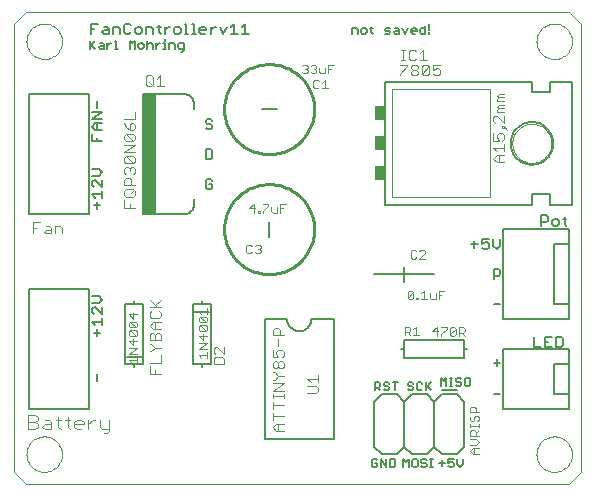
<source format=gto>
G75*
G70*
%OFA0B0*%
%FSLAX24Y24*%
%IPPOS*%
%LPD*%
%AMOC8*
5,1,8,0,0,1.08239X$1,22.5*
%
%ADD10C,0.0000*%
%ADD11C,0.0060*%
%ADD12C,0.0050*%
%ADD13C,0.0100*%
%ADD14C,0.0020*%
%ADD15C,0.0040*%
%ADD16R,0.0350X0.0500*%
%ADD17C,0.0080*%
%ADD18R,0.0400X0.4000*%
%ADD19C,0.0030*%
D10*
X000150Y000544D02*
X000544Y000150D01*
X018654Y000150D01*
X019048Y000544D01*
X019048Y015504D01*
X018654Y015898D01*
X000544Y015898D01*
X000150Y015504D01*
X000150Y000544D01*
X000559Y001150D02*
X000561Y001198D01*
X000567Y001246D01*
X000577Y001293D01*
X000590Y001339D01*
X000608Y001384D01*
X000628Y001428D01*
X000653Y001470D01*
X000681Y001509D01*
X000711Y001546D01*
X000745Y001580D01*
X000782Y001612D01*
X000820Y001641D01*
X000861Y001666D01*
X000904Y001688D01*
X000949Y001706D01*
X000995Y001720D01*
X001042Y001731D01*
X001090Y001738D01*
X001138Y001741D01*
X001186Y001740D01*
X001234Y001735D01*
X001282Y001726D01*
X001328Y001714D01*
X001373Y001697D01*
X001417Y001677D01*
X001459Y001654D01*
X001499Y001627D01*
X001537Y001597D01*
X001572Y001564D01*
X001604Y001528D01*
X001634Y001490D01*
X001660Y001449D01*
X001682Y001406D01*
X001702Y001362D01*
X001717Y001317D01*
X001729Y001270D01*
X001737Y001222D01*
X001741Y001174D01*
X001741Y001126D01*
X001737Y001078D01*
X001729Y001030D01*
X001717Y000983D01*
X001702Y000938D01*
X001682Y000894D01*
X001660Y000851D01*
X001634Y000810D01*
X001604Y000772D01*
X001572Y000736D01*
X001537Y000703D01*
X001499Y000673D01*
X001459Y000646D01*
X001417Y000623D01*
X001373Y000603D01*
X001328Y000586D01*
X001282Y000574D01*
X001234Y000565D01*
X001186Y000560D01*
X001138Y000559D01*
X001090Y000562D01*
X001042Y000569D01*
X000995Y000580D01*
X000949Y000594D01*
X000904Y000612D01*
X000861Y000634D01*
X000820Y000659D01*
X000782Y000688D01*
X000745Y000720D01*
X000711Y000754D01*
X000681Y000791D01*
X000653Y000830D01*
X000628Y000872D01*
X000608Y000916D01*
X000590Y000961D01*
X000577Y001007D01*
X000567Y001054D01*
X000561Y001102D01*
X000559Y001150D01*
X000559Y014912D02*
X000561Y014960D01*
X000567Y015008D01*
X000577Y015055D01*
X000590Y015101D01*
X000608Y015146D01*
X000628Y015190D01*
X000653Y015232D01*
X000681Y015271D01*
X000711Y015308D01*
X000745Y015342D01*
X000782Y015374D01*
X000820Y015403D01*
X000861Y015428D01*
X000904Y015450D01*
X000949Y015468D01*
X000995Y015482D01*
X001042Y015493D01*
X001090Y015500D01*
X001138Y015503D01*
X001186Y015502D01*
X001234Y015497D01*
X001282Y015488D01*
X001328Y015476D01*
X001373Y015459D01*
X001417Y015439D01*
X001459Y015416D01*
X001499Y015389D01*
X001537Y015359D01*
X001572Y015326D01*
X001604Y015290D01*
X001634Y015252D01*
X001660Y015211D01*
X001682Y015168D01*
X001702Y015124D01*
X001717Y015079D01*
X001729Y015032D01*
X001737Y014984D01*
X001741Y014936D01*
X001741Y014888D01*
X001737Y014840D01*
X001729Y014792D01*
X001717Y014745D01*
X001702Y014700D01*
X001682Y014656D01*
X001660Y014613D01*
X001634Y014572D01*
X001604Y014534D01*
X001572Y014498D01*
X001537Y014465D01*
X001499Y014435D01*
X001459Y014408D01*
X001417Y014385D01*
X001373Y014365D01*
X001328Y014348D01*
X001282Y014336D01*
X001234Y014327D01*
X001186Y014322D01*
X001138Y014321D01*
X001090Y014324D01*
X001042Y014331D01*
X000995Y014342D01*
X000949Y014356D01*
X000904Y014374D01*
X000861Y014396D01*
X000820Y014421D01*
X000782Y014450D01*
X000745Y014482D01*
X000711Y014516D01*
X000681Y014553D01*
X000653Y014592D01*
X000628Y014634D01*
X000608Y014678D01*
X000590Y014723D01*
X000577Y014769D01*
X000567Y014816D01*
X000561Y014864D01*
X000559Y014912D01*
X016756Y011512D02*
X016758Y011562D01*
X016764Y011612D01*
X016774Y011662D01*
X016787Y011710D01*
X016804Y011758D01*
X016825Y011804D01*
X016849Y011848D01*
X016877Y011890D01*
X016908Y011930D01*
X016942Y011967D01*
X016979Y012002D01*
X017018Y012033D01*
X017059Y012062D01*
X017103Y012087D01*
X017149Y012109D01*
X017196Y012127D01*
X017244Y012141D01*
X017293Y012152D01*
X017343Y012159D01*
X017393Y012162D01*
X017444Y012161D01*
X017494Y012156D01*
X017544Y012147D01*
X017592Y012135D01*
X017640Y012118D01*
X017686Y012098D01*
X017731Y012075D01*
X017774Y012048D01*
X017814Y012018D01*
X017852Y011985D01*
X017887Y011949D01*
X017920Y011910D01*
X017949Y011869D01*
X017975Y011826D01*
X017998Y011781D01*
X018017Y011734D01*
X018032Y011686D01*
X018044Y011637D01*
X018052Y011587D01*
X018056Y011537D01*
X018056Y011487D01*
X018052Y011437D01*
X018044Y011387D01*
X018032Y011338D01*
X018017Y011290D01*
X017998Y011243D01*
X017975Y011198D01*
X017949Y011155D01*
X017920Y011114D01*
X017887Y011075D01*
X017852Y011039D01*
X017814Y011006D01*
X017774Y010976D01*
X017731Y010949D01*
X017686Y010926D01*
X017640Y010906D01*
X017592Y010889D01*
X017544Y010877D01*
X017494Y010868D01*
X017444Y010863D01*
X017393Y010862D01*
X017343Y010865D01*
X017293Y010872D01*
X017244Y010883D01*
X017196Y010897D01*
X017149Y010915D01*
X017103Y010937D01*
X017059Y010962D01*
X017018Y010991D01*
X016979Y011022D01*
X016942Y011057D01*
X016908Y011094D01*
X016877Y011134D01*
X016849Y011176D01*
X016825Y011220D01*
X016804Y011266D01*
X016787Y011314D01*
X016774Y011362D01*
X016764Y011412D01*
X016758Y011462D01*
X016756Y011512D01*
X017559Y014912D02*
X017561Y014960D01*
X017567Y015008D01*
X017577Y015055D01*
X017590Y015101D01*
X017608Y015146D01*
X017628Y015190D01*
X017653Y015232D01*
X017681Y015271D01*
X017711Y015308D01*
X017745Y015342D01*
X017782Y015374D01*
X017820Y015403D01*
X017861Y015428D01*
X017904Y015450D01*
X017949Y015468D01*
X017995Y015482D01*
X018042Y015493D01*
X018090Y015500D01*
X018138Y015503D01*
X018186Y015502D01*
X018234Y015497D01*
X018282Y015488D01*
X018328Y015476D01*
X018373Y015459D01*
X018417Y015439D01*
X018459Y015416D01*
X018499Y015389D01*
X018537Y015359D01*
X018572Y015326D01*
X018604Y015290D01*
X018634Y015252D01*
X018660Y015211D01*
X018682Y015168D01*
X018702Y015124D01*
X018717Y015079D01*
X018729Y015032D01*
X018737Y014984D01*
X018741Y014936D01*
X018741Y014888D01*
X018737Y014840D01*
X018729Y014792D01*
X018717Y014745D01*
X018702Y014700D01*
X018682Y014656D01*
X018660Y014613D01*
X018634Y014572D01*
X018604Y014534D01*
X018572Y014498D01*
X018537Y014465D01*
X018499Y014435D01*
X018459Y014408D01*
X018417Y014385D01*
X018373Y014365D01*
X018328Y014348D01*
X018282Y014336D01*
X018234Y014327D01*
X018186Y014322D01*
X018138Y014321D01*
X018090Y014324D01*
X018042Y014331D01*
X017995Y014342D01*
X017949Y014356D01*
X017904Y014374D01*
X017861Y014396D01*
X017820Y014421D01*
X017782Y014450D01*
X017745Y014482D01*
X017711Y014516D01*
X017681Y014553D01*
X017653Y014592D01*
X017628Y014634D01*
X017608Y014678D01*
X017590Y014723D01*
X017577Y014769D01*
X017567Y014816D01*
X017561Y014864D01*
X017559Y014912D01*
X017559Y001150D02*
X017561Y001198D01*
X017567Y001246D01*
X017577Y001293D01*
X017590Y001339D01*
X017608Y001384D01*
X017628Y001428D01*
X017653Y001470D01*
X017681Y001509D01*
X017711Y001546D01*
X017745Y001580D01*
X017782Y001612D01*
X017820Y001641D01*
X017861Y001666D01*
X017904Y001688D01*
X017949Y001706D01*
X017995Y001720D01*
X018042Y001731D01*
X018090Y001738D01*
X018138Y001741D01*
X018186Y001740D01*
X018234Y001735D01*
X018282Y001726D01*
X018328Y001714D01*
X018373Y001697D01*
X018417Y001677D01*
X018459Y001654D01*
X018499Y001627D01*
X018537Y001597D01*
X018572Y001564D01*
X018604Y001528D01*
X018634Y001490D01*
X018660Y001449D01*
X018682Y001406D01*
X018702Y001362D01*
X018717Y001317D01*
X018729Y001270D01*
X018737Y001222D01*
X018741Y001174D01*
X018741Y001126D01*
X018737Y001078D01*
X018729Y001030D01*
X018717Y000983D01*
X018702Y000938D01*
X018682Y000894D01*
X018660Y000851D01*
X018634Y000810D01*
X018604Y000772D01*
X018572Y000736D01*
X018537Y000703D01*
X018499Y000673D01*
X018459Y000646D01*
X018417Y000623D01*
X018373Y000603D01*
X018328Y000586D01*
X018282Y000574D01*
X018234Y000565D01*
X018186Y000560D01*
X018138Y000559D01*
X018090Y000562D01*
X018042Y000569D01*
X017995Y000580D01*
X017949Y000594D01*
X017904Y000612D01*
X017861Y000634D01*
X017820Y000659D01*
X017782Y000688D01*
X017745Y000720D01*
X017711Y000754D01*
X017681Y000791D01*
X017653Y000830D01*
X017628Y000872D01*
X017608Y000916D01*
X017590Y000961D01*
X017577Y001007D01*
X017567Y001054D01*
X017561Y001102D01*
X017559Y001150D01*
D11*
X016357Y003150D02*
X016130Y003150D01*
X016243Y004087D02*
X016243Y004314D01*
X016130Y004200D02*
X016357Y004200D01*
X017475Y004730D02*
X017702Y004730D01*
X017843Y004730D02*
X018070Y004730D01*
X018212Y004730D02*
X018382Y004730D01*
X018439Y004787D01*
X018439Y005014D01*
X018382Y005070D01*
X018212Y005070D01*
X018212Y004730D01*
X017957Y004900D02*
X017843Y004900D01*
X017843Y005070D02*
X017843Y004730D01*
X017475Y004730D02*
X017475Y005070D01*
X017843Y005070D02*
X018070Y005070D01*
X016357Y006150D02*
X016130Y006150D01*
X016130Y006980D02*
X016130Y007320D01*
X016300Y007320D01*
X016357Y007264D01*
X016357Y007150D01*
X016300Y007093D01*
X016130Y007093D01*
X016230Y007980D02*
X016343Y008093D01*
X016343Y008320D01*
X016117Y008320D02*
X016117Y008093D01*
X016230Y007980D01*
X015975Y008037D02*
X015918Y007980D01*
X015805Y007980D01*
X015748Y008037D01*
X015748Y008150D02*
X015862Y008207D01*
X015918Y008207D01*
X015975Y008150D01*
X015975Y008037D01*
X015748Y008150D02*
X015748Y008320D01*
X015975Y008320D01*
X015607Y008150D02*
X015380Y008150D01*
X015493Y008037D02*
X015493Y008264D01*
X017406Y009462D02*
X017406Y009812D01*
X018006Y009812D01*
X018006Y009462D01*
X018756Y009462D01*
X018756Y013562D01*
X018006Y013562D01*
X018006Y013212D01*
X017406Y013212D01*
X017406Y013562D01*
X012506Y013562D01*
X012506Y009462D01*
X017406Y009462D01*
X017705Y009108D02*
X017875Y009108D01*
X017931Y009052D01*
X017931Y008938D01*
X017875Y008882D01*
X017705Y008882D01*
X017705Y008768D02*
X017705Y009108D01*
X018073Y008938D02*
X018073Y008825D01*
X018130Y008768D01*
X018243Y008768D01*
X018300Y008825D01*
X018300Y008938D01*
X018243Y008995D01*
X018130Y008995D01*
X018073Y008938D01*
X018441Y008995D02*
X018555Y008995D01*
X018498Y009052D02*
X018498Y008825D01*
X018555Y008768D01*
X016696Y011512D02*
X016698Y011565D01*
X016704Y011618D01*
X016714Y011670D01*
X016728Y011721D01*
X016745Y011771D01*
X016766Y011820D01*
X016791Y011867D01*
X016819Y011912D01*
X016851Y011955D01*
X016886Y011995D01*
X016923Y012032D01*
X016963Y012067D01*
X017006Y012099D01*
X017051Y012127D01*
X017098Y012152D01*
X017147Y012173D01*
X017197Y012190D01*
X017248Y012204D01*
X017300Y012214D01*
X017353Y012220D01*
X017406Y012222D01*
X017459Y012220D01*
X017512Y012214D01*
X017564Y012204D01*
X017615Y012190D01*
X017665Y012173D01*
X017714Y012152D01*
X017761Y012127D01*
X017806Y012099D01*
X017849Y012067D01*
X017889Y012032D01*
X017926Y011995D01*
X017961Y011955D01*
X017993Y011912D01*
X018021Y011867D01*
X018046Y011820D01*
X018067Y011771D01*
X018084Y011721D01*
X018098Y011670D01*
X018108Y011618D01*
X018114Y011565D01*
X018116Y011512D01*
X018114Y011459D01*
X018108Y011406D01*
X018098Y011354D01*
X018084Y011303D01*
X018067Y011253D01*
X018046Y011204D01*
X018021Y011157D01*
X017993Y011112D01*
X017961Y011069D01*
X017926Y011029D01*
X017889Y010992D01*
X017849Y010957D01*
X017806Y010925D01*
X017761Y010897D01*
X017714Y010872D01*
X017665Y010851D01*
X017615Y010834D01*
X017564Y010820D01*
X017512Y010810D01*
X017459Y010804D01*
X017406Y010802D01*
X017353Y010804D01*
X017300Y010810D01*
X017248Y010820D01*
X017197Y010834D01*
X017147Y010851D01*
X017098Y010872D01*
X017051Y010897D01*
X017006Y010925D01*
X016963Y010957D01*
X016923Y010992D01*
X016886Y011029D01*
X016851Y011069D01*
X016819Y011112D01*
X016791Y011157D01*
X016766Y011204D01*
X016745Y011253D01*
X016728Y011303D01*
X016714Y011354D01*
X016704Y011406D01*
X016698Y011459D01*
X016696Y011512D01*
X010800Y005650D02*
X010050Y005650D01*
X010048Y005611D01*
X010042Y005572D01*
X010033Y005534D01*
X010020Y005497D01*
X010003Y005461D01*
X009983Y005428D01*
X009959Y005396D01*
X009933Y005367D01*
X009904Y005341D01*
X009872Y005317D01*
X009839Y005297D01*
X009803Y005280D01*
X009766Y005267D01*
X009728Y005258D01*
X009689Y005252D01*
X009650Y005250D01*
X009611Y005252D01*
X009572Y005258D01*
X009534Y005267D01*
X009497Y005280D01*
X009461Y005297D01*
X009428Y005317D01*
X009396Y005341D01*
X009367Y005367D01*
X009341Y005396D01*
X009317Y005428D01*
X009297Y005461D01*
X009280Y005497D01*
X009267Y005534D01*
X009258Y005572D01*
X009252Y005611D01*
X009250Y005650D01*
X008500Y005650D01*
X008500Y001650D01*
X010800Y001650D01*
X010800Y005650D01*
X006700Y009980D02*
X006757Y010037D01*
X006757Y010150D01*
X006643Y010150D01*
X006530Y010037D02*
X006530Y010264D01*
X006587Y010320D01*
X006700Y010320D01*
X006757Y010264D01*
X006700Y009980D02*
X006587Y009980D01*
X006530Y010037D01*
X006530Y010980D02*
X006700Y010980D01*
X006757Y011037D01*
X006757Y011264D01*
X006700Y011320D01*
X006530Y011320D01*
X006530Y010980D01*
X006587Y011980D02*
X006530Y012037D01*
X006587Y011980D02*
X006700Y011980D01*
X006757Y012037D01*
X006757Y012093D01*
X006700Y012150D01*
X006587Y012150D01*
X006530Y012207D01*
X006530Y012264D01*
X006587Y012320D01*
X006700Y012320D01*
X006757Y012264D01*
X006695Y015161D02*
X006695Y015388D01*
X006695Y015275D02*
X006809Y015388D01*
X006865Y015388D01*
X007002Y015388D02*
X007116Y015161D01*
X007229Y015388D01*
X007371Y015388D02*
X007484Y015501D01*
X007484Y015161D01*
X007371Y015161D02*
X007597Y015161D01*
X007739Y015161D02*
X007966Y015161D01*
X007852Y015161D02*
X007852Y015501D01*
X007739Y015388D01*
X006554Y015331D02*
X006554Y015275D01*
X006327Y015275D01*
X006327Y015331D02*
X006384Y015388D01*
X006497Y015388D01*
X006554Y015331D01*
X006497Y015161D02*
X006384Y015161D01*
X006327Y015218D01*
X006327Y015331D01*
X006195Y015161D02*
X006081Y015161D01*
X006138Y015161D02*
X006138Y015501D01*
X006081Y015501D01*
X005893Y015501D02*
X005893Y015161D01*
X005949Y015161D02*
X005836Y015161D01*
X005694Y015218D02*
X005694Y015331D01*
X005638Y015388D01*
X005524Y015388D01*
X005468Y015331D01*
X005468Y015218D01*
X005524Y015161D01*
X005638Y015161D01*
X005694Y015218D01*
X005836Y015501D02*
X005893Y015501D01*
X005331Y015388D02*
X005274Y015388D01*
X005161Y015275D01*
X005161Y015388D02*
X005161Y015161D01*
X005029Y015161D02*
X004972Y015218D01*
X004972Y015445D01*
X004915Y015388D02*
X005029Y015388D01*
X004774Y015331D02*
X004774Y015161D01*
X004774Y015331D02*
X004717Y015388D01*
X004547Y015388D01*
X004547Y015161D01*
X004405Y015218D02*
X004405Y015331D01*
X004349Y015388D01*
X004235Y015388D01*
X004178Y015331D01*
X004178Y015218D01*
X004235Y015161D01*
X004349Y015161D01*
X004405Y015218D01*
X004037Y015218D02*
X003980Y015161D01*
X003867Y015161D01*
X003810Y015218D01*
X003810Y015445D01*
X003867Y015501D01*
X003980Y015501D01*
X004037Y015445D01*
X003669Y015331D02*
X003669Y015161D01*
X003669Y015331D02*
X003612Y015388D01*
X003442Y015388D01*
X003442Y015161D01*
X003300Y015161D02*
X003130Y015161D01*
X003074Y015218D01*
X003130Y015275D01*
X003300Y015275D01*
X003300Y015331D02*
X003300Y015161D01*
X003300Y015331D02*
X003244Y015388D01*
X003130Y015388D01*
X002932Y015501D02*
X002705Y015501D01*
X002705Y015161D01*
X002705Y015331D02*
X002819Y015331D01*
X002912Y012912D02*
X002912Y012685D01*
X002742Y012543D02*
X003083Y012543D01*
X002742Y012317D01*
X003083Y012317D01*
X003083Y012175D02*
X002856Y012175D01*
X002742Y012062D01*
X002856Y011948D01*
X003083Y011948D01*
X002912Y011948D02*
X002912Y012175D01*
X002742Y011807D02*
X002742Y011580D01*
X003083Y011580D01*
X002912Y011580D02*
X002912Y011693D01*
X002969Y010662D02*
X002742Y010662D01*
X002742Y010435D02*
X002969Y010435D01*
X003083Y010548D01*
X002969Y010662D01*
X002856Y010293D02*
X002799Y010293D01*
X002742Y010237D01*
X002742Y010123D01*
X002799Y010067D01*
X002742Y009812D02*
X003083Y009812D01*
X003083Y009925D02*
X003083Y009698D01*
X002912Y009557D02*
X002912Y009330D01*
X002799Y009443D02*
X003026Y009443D01*
X002856Y009698D02*
X002742Y009812D01*
X003083Y010067D02*
X002856Y010293D01*
X003083Y010293D02*
X003083Y010067D01*
X002969Y006412D02*
X002742Y006412D01*
X002742Y006185D02*
X002969Y006185D01*
X003083Y006298D01*
X002969Y006412D01*
X002856Y006043D02*
X002799Y006043D01*
X002742Y005987D01*
X002742Y005873D01*
X002799Y005817D01*
X002856Y006043D02*
X003083Y005817D01*
X003083Y006043D01*
X003083Y005675D02*
X003083Y005448D01*
X003083Y005562D02*
X002742Y005562D01*
X002856Y005448D01*
X002912Y005307D02*
X002912Y005080D01*
X002799Y005193D02*
X003026Y005193D01*
X002912Y003807D02*
X002912Y003580D01*
D12*
X002650Y002650D02*
X002650Y006650D01*
X000650Y006650D01*
X000650Y002650D01*
X002650Y002650D01*
X002650Y009150D02*
X000650Y009150D01*
X000650Y013150D01*
X002650Y013150D01*
X002650Y009150D01*
X005705Y014572D02*
X005750Y014572D01*
X005795Y014617D01*
X005795Y014843D01*
X005660Y014843D01*
X005615Y014798D01*
X005615Y014707D01*
X005660Y014662D01*
X005795Y014662D01*
X005501Y014662D02*
X005501Y014798D01*
X005456Y014843D01*
X005321Y014843D01*
X005321Y014662D01*
X005214Y014662D02*
X005124Y014662D01*
X005169Y014662D02*
X005169Y014843D01*
X005124Y014843D01*
X005169Y014933D02*
X005169Y014978D01*
X005014Y014843D02*
X004969Y014843D01*
X004879Y014752D01*
X004879Y014662D02*
X004879Y014843D01*
X004764Y014798D02*
X004764Y014662D01*
X004764Y014798D02*
X004719Y014843D01*
X004629Y014843D01*
X004584Y014798D01*
X004469Y014798D02*
X004424Y014843D01*
X004334Y014843D01*
X004289Y014798D01*
X004289Y014707D01*
X004334Y014662D01*
X004424Y014662D01*
X004469Y014707D01*
X004469Y014798D01*
X004584Y014933D02*
X004584Y014662D01*
X004175Y014662D02*
X004175Y014933D01*
X004085Y014843D01*
X003995Y014933D01*
X003995Y014662D01*
X003594Y014662D02*
X003504Y014662D01*
X003549Y014662D02*
X003549Y014933D01*
X003504Y014933D01*
X003393Y014843D02*
X003348Y014843D01*
X003258Y014752D01*
X003258Y014662D02*
X003258Y014843D01*
X003144Y014798D02*
X003144Y014662D01*
X003008Y014662D01*
X002963Y014707D01*
X003008Y014752D01*
X003144Y014752D01*
X003144Y014798D02*
X003098Y014843D01*
X003008Y014843D01*
X002849Y014933D02*
X002669Y014752D01*
X002714Y014798D02*
X002849Y014662D01*
X002669Y014662D02*
X002669Y014933D01*
X011419Y015169D02*
X011419Y015349D01*
X011554Y015349D01*
X011599Y015304D01*
X011599Y015169D01*
X011713Y015214D02*
X011713Y015304D01*
X011758Y015349D01*
X011848Y015349D01*
X011894Y015304D01*
X011894Y015214D01*
X011848Y015169D01*
X011758Y015169D01*
X011713Y015214D01*
X012008Y015349D02*
X012098Y015349D01*
X012053Y015394D02*
X012053Y015214D01*
X012098Y015169D01*
X012499Y015169D02*
X012634Y015169D01*
X012679Y015214D01*
X012634Y015259D01*
X012544Y015259D01*
X012499Y015304D01*
X012544Y015349D01*
X012679Y015349D01*
X012839Y015349D02*
X012929Y015349D01*
X012974Y015304D01*
X012974Y015169D01*
X012839Y015169D01*
X012794Y015214D01*
X012839Y015259D01*
X012974Y015259D01*
X013088Y015349D02*
X013178Y015169D01*
X013269Y015349D01*
X013383Y015304D02*
X013428Y015349D01*
X013518Y015349D01*
X013563Y015304D01*
X013563Y015259D01*
X013383Y015259D01*
X013383Y015214D02*
X013383Y015304D01*
X013383Y015214D02*
X013428Y015169D01*
X013518Y015169D01*
X013678Y015214D02*
X013678Y015304D01*
X013723Y015349D01*
X013858Y015349D01*
X013858Y015439D02*
X013858Y015169D01*
X013723Y015169D01*
X013678Y015214D01*
X013972Y015214D02*
X013972Y015169D01*
X013972Y015304D02*
X013972Y015484D01*
X016450Y008650D02*
X016450Y005650D01*
X018650Y005650D01*
X018650Y006150D01*
X018150Y006150D01*
X018150Y008150D01*
X018650Y008150D01*
X018650Y006150D01*
X018650Y004650D02*
X018650Y004150D01*
X018150Y004150D01*
X018150Y003150D01*
X018650Y003150D01*
X018650Y002650D01*
X016450Y002650D01*
X016450Y004650D01*
X018650Y004650D01*
X018650Y004150D02*
X018650Y003150D01*
X015341Y003470D02*
X015341Y003650D01*
X015296Y003695D01*
X015206Y003695D01*
X015161Y003650D01*
X015161Y003470D01*
X015206Y003425D01*
X015296Y003425D01*
X015341Y003470D01*
X015046Y003470D02*
X015001Y003425D01*
X014911Y003425D01*
X014866Y003470D01*
X014911Y003560D02*
X015001Y003560D01*
X015046Y003515D01*
X015046Y003470D01*
X014911Y003560D02*
X014866Y003605D01*
X014866Y003650D01*
X014911Y003695D01*
X015001Y003695D01*
X015046Y003650D01*
X014760Y003695D02*
X014670Y003695D01*
X014715Y003695D02*
X014715Y003425D01*
X014670Y003425D02*
X014760Y003425D01*
X014555Y003425D02*
X014555Y003695D01*
X014465Y003605D01*
X014375Y003695D01*
X014375Y003425D01*
X014044Y003545D02*
X013864Y003365D01*
X013909Y003410D02*
X014044Y003275D01*
X013864Y003275D02*
X013864Y003545D01*
X013750Y003500D02*
X013705Y003545D01*
X013615Y003545D01*
X013570Y003500D01*
X013570Y003320D01*
X013615Y003275D01*
X013705Y003275D01*
X013750Y003320D01*
X013455Y003320D02*
X013410Y003275D01*
X013320Y003275D01*
X013275Y003320D01*
X013320Y003410D02*
X013410Y003410D01*
X013455Y003365D01*
X013455Y003320D01*
X013320Y003410D02*
X013275Y003455D01*
X013275Y003500D01*
X013320Y003545D01*
X013410Y003545D01*
X013455Y003500D01*
X012944Y003545D02*
X012764Y003545D01*
X012854Y003545D02*
X012854Y003275D01*
X012650Y003320D02*
X012605Y003275D01*
X012515Y003275D01*
X012470Y003320D01*
X012515Y003410D02*
X012470Y003455D01*
X012470Y003500D01*
X012515Y003545D01*
X012605Y003545D01*
X012650Y003500D01*
X012605Y003410D02*
X012650Y003365D01*
X012650Y003320D01*
X012605Y003410D02*
X012515Y003410D01*
X012355Y003410D02*
X012310Y003365D01*
X012175Y003365D01*
X012175Y003275D02*
X012175Y003545D01*
X012310Y003545D01*
X012355Y003500D01*
X012355Y003410D01*
X012265Y003365D02*
X012355Y003275D01*
X012370Y000995D02*
X012550Y000725D01*
X012550Y000995D01*
X012664Y000995D02*
X012799Y000995D01*
X012844Y000950D01*
X012844Y000770D01*
X012799Y000725D01*
X012664Y000725D01*
X012664Y000995D01*
X012370Y000995D02*
X012370Y000725D01*
X012255Y000770D02*
X012255Y000860D01*
X012165Y000860D01*
X012075Y000770D02*
X012120Y000725D01*
X012210Y000725D01*
X012255Y000770D01*
X012075Y000770D02*
X012075Y000950D01*
X012120Y000995D01*
X012210Y000995D01*
X012255Y000950D01*
X013125Y000995D02*
X013125Y000725D01*
X013305Y000725D02*
X013305Y000995D01*
X013215Y000905D01*
X013125Y000995D01*
X013420Y000950D02*
X013420Y000770D01*
X013465Y000725D01*
X013555Y000725D01*
X013600Y000770D01*
X013600Y000950D01*
X013555Y000995D01*
X013465Y000995D01*
X013420Y000950D01*
X013714Y000950D02*
X013714Y000905D01*
X013759Y000860D01*
X013849Y000860D01*
X013894Y000815D01*
X013894Y000770D01*
X013849Y000725D01*
X013759Y000725D01*
X013714Y000770D01*
X013714Y000950D02*
X013759Y000995D01*
X013849Y000995D01*
X013894Y000950D01*
X014009Y000995D02*
X014099Y000995D01*
X014054Y000995D02*
X014054Y000725D01*
X014009Y000725D02*
X014099Y000725D01*
X014325Y000860D02*
X014505Y000860D01*
X014620Y000860D02*
X014620Y000995D01*
X014800Y000995D01*
X014755Y000905D02*
X014800Y000860D01*
X014800Y000770D01*
X014755Y000725D01*
X014665Y000725D01*
X014620Y000770D01*
X014620Y000860D02*
X014710Y000905D01*
X014755Y000905D01*
X014914Y000995D02*
X014914Y000815D01*
X015004Y000725D01*
X015094Y000815D01*
X015094Y000995D01*
X014415Y000950D02*
X014415Y000770D01*
X018650Y008150D02*
X018650Y008650D01*
X016450Y008650D01*
D13*
X007150Y008650D02*
X007152Y008727D01*
X007158Y008804D01*
X007168Y008881D01*
X007182Y008957D01*
X007199Y009032D01*
X007221Y009106D01*
X007246Y009179D01*
X007276Y009251D01*
X007308Y009321D01*
X007345Y009389D01*
X007384Y009455D01*
X007427Y009519D01*
X007474Y009581D01*
X007523Y009640D01*
X007576Y009697D01*
X007631Y009751D01*
X007689Y009802D01*
X007750Y009850D01*
X007813Y009895D01*
X007878Y009936D01*
X007945Y009974D01*
X008014Y010009D01*
X008085Y010039D01*
X008157Y010067D01*
X008231Y010090D01*
X008305Y010110D01*
X008381Y010126D01*
X008457Y010138D01*
X008534Y010146D01*
X008611Y010150D01*
X008689Y010150D01*
X008766Y010146D01*
X008843Y010138D01*
X008919Y010126D01*
X008995Y010110D01*
X009069Y010090D01*
X009143Y010067D01*
X009215Y010039D01*
X009286Y010009D01*
X009355Y009974D01*
X009422Y009936D01*
X009487Y009895D01*
X009550Y009850D01*
X009611Y009802D01*
X009669Y009751D01*
X009724Y009697D01*
X009777Y009640D01*
X009826Y009581D01*
X009873Y009519D01*
X009916Y009455D01*
X009955Y009389D01*
X009992Y009321D01*
X010024Y009251D01*
X010054Y009179D01*
X010079Y009106D01*
X010101Y009032D01*
X010118Y008957D01*
X010132Y008881D01*
X010142Y008804D01*
X010148Y008727D01*
X010150Y008650D01*
X010148Y008573D01*
X010142Y008496D01*
X010132Y008419D01*
X010118Y008343D01*
X010101Y008268D01*
X010079Y008194D01*
X010054Y008121D01*
X010024Y008049D01*
X009992Y007979D01*
X009955Y007911D01*
X009916Y007845D01*
X009873Y007781D01*
X009826Y007719D01*
X009777Y007660D01*
X009724Y007603D01*
X009669Y007549D01*
X009611Y007498D01*
X009550Y007450D01*
X009487Y007405D01*
X009422Y007364D01*
X009355Y007326D01*
X009286Y007291D01*
X009215Y007261D01*
X009143Y007233D01*
X009069Y007210D01*
X008995Y007190D01*
X008919Y007174D01*
X008843Y007162D01*
X008766Y007154D01*
X008689Y007150D01*
X008611Y007150D01*
X008534Y007154D01*
X008457Y007162D01*
X008381Y007174D01*
X008305Y007190D01*
X008231Y007210D01*
X008157Y007233D01*
X008085Y007261D01*
X008014Y007291D01*
X007945Y007326D01*
X007878Y007364D01*
X007813Y007405D01*
X007750Y007450D01*
X007689Y007498D01*
X007631Y007549D01*
X007576Y007603D01*
X007523Y007660D01*
X007474Y007719D01*
X007427Y007781D01*
X007384Y007845D01*
X007345Y007911D01*
X007308Y007979D01*
X007276Y008049D01*
X007246Y008121D01*
X007221Y008194D01*
X007199Y008268D01*
X007182Y008343D01*
X007168Y008419D01*
X007158Y008496D01*
X007152Y008573D01*
X007150Y008650D01*
X007150Y012650D02*
X007152Y012727D01*
X007158Y012804D01*
X007168Y012881D01*
X007182Y012957D01*
X007199Y013032D01*
X007221Y013106D01*
X007246Y013179D01*
X007276Y013251D01*
X007308Y013321D01*
X007345Y013389D01*
X007384Y013455D01*
X007427Y013519D01*
X007474Y013581D01*
X007523Y013640D01*
X007576Y013697D01*
X007631Y013751D01*
X007689Y013802D01*
X007750Y013850D01*
X007813Y013895D01*
X007878Y013936D01*
X007945Y013974D01*
X008014Y014009D01*
X008085Y014039D01*
X008157Y014067D01*
X008231Y014090D01*
X008305Y014110D01*
X008381Y014126D01*
X008457Y014138D01*
X008534Y014146D01*
X008611Y014150D01*
X008689Y014150D01*
X008766Y014146D01*
X008843Y014138D01*
X008919Y014126D01*
X008995Y014110D01*
X009069Y014090D01*
X009143Y014067D01*
X009215Y014039D01*
X009286Y014009D01*
X009355Y013974D01*
X009422Y013936D01*
X009487Y013895D01*
X009550Y013850D01*
X009611Y013802D01*
X009669Y013751D01*
X009724Y013697D01*
X009777Y013640D01*
X009826Y013581D01*
X009873Y013519D01*
X009916Y013455D01*
X009955Y013389D01*
X009992Y013321D01*
X010024Y013251D01*
X010054Y013179D01*
X010079Y013106D01*
X010101Y013032D01*
X010118Y012957D01*
X010132Y012881D01*
X010142Y012804D01*
X010148Y012727D01*
X010150Y012650D01*
X010148Y012573D01*
X010142Y012496D01*
X010132Y012419D01*
X010118Y012343D01*
X010101Y012268D01*
X010079Y012194D01*
X010054Y012121D01*
X010024Y012049D01*
X009992Y011979D01*
X009955Y011911D01*
X009916Y011845D01*
X009873Y011781D01*
X009826Y011719D01*
X009777Y011660D01*
X009724Y011603D01*
X009669Y011549D01*
X009611Y011498D01*
X009550Y011450D01*
X009487Y011405D01*
X009422Y011364D01*
X009355Y011326D01*
X009286Y011291D01*
X009215Y011261D01*
X009143Y011233D01*
X009069Y011210D01*
X008995Y011190D01*
X008919Y011174D01*
X008843Y011162D01*
X008766Y011154D01*
X008689Y011150D01*
X008611Y011150D01*
X008534Y011154D01*
X008457Y011162D01*
X008381Y011174D01*
X008305Y011190D01*
X008231Y011210D01*
X008157Y011233D01*
X008085Y011261D01*
X008014Y011291D01*
X007945Y011326D01*
X007878Y011364D01*
X007813Y011405D01*
X007750Y011450D01*
X007689Y011498D01*
X007631Y011549D01*
X007576Y011603D01*
X007523Y011660D01*
X007474Y011719D01*
X007427Y011781D01*
X007384Y011845D01*
X007345Y011911D01*
X007308Y011979D01*
X007276Y012049D01*
X007246Y012121D01*
X007221Y012194D01*
X007199Y012268D01*
X007182Y012343D01*
X007168Y012419D01*
X007158Y012496D01*
X007152Y012573D01*
X007150Y012650D01*
D14*
X012756Y013312D02*
X012756Y009712D01*
X016006Y009712D01*
X016006Y013312D01*
X012756Y013312D01*
D15*
X013008Y013776D02*
X013008Y013836D01*
X013248Y014077D01*
X013248Y014137D01*
X013008Y014137D01*
X013058Y014276D02*
X013178Y014276D01*
X013118Y014276D02*
X013118Y014637D01*
X013058Y014637D02*
X013178Y014637D01*
X013303Y014577D02*
X013303Y014336D01*
X013363Y014276D01*
X013483Y014276D01*
X013544Y014336D01*
X013672Y014276D02*
X013912Y014276D01*
X013792Y014276D02*
X013792Y014637D01*
X013672Y014517D01*
X013544Y014577D02*
X013483Y014637D01*
X013363Y014637D01*
X013303Y014577D01*
X013436Y014137D02*
X013556Y014137D01*
X013616Y014077D01*
X013616Y014017D01*
X013556Y013956D01*
X013436Y013956D01*
X013376Y014017D01*
X013376Y014077D01*
X013436Y014137D01*
X013436Y013956D02*
X013376Y013896D01*
X013376Y013836D01*
X013436Y013776D01*
X013556Y013776D01*
X013616Y013836D01*
X013616Y013896D01*
X013556Y013956D01*
X013744Y013836D02*
X013804Y013776D01*
X013925Y013776D01*
X013985Y013836D01*
X013985Y014077D01*
X013744Y013836D01*
X013744Y014077D01*
X013804Y014137D01*
X013925Y014137D01*
X013985Y014077D01*
X014113Y014137D02*
X014113Y013956D01*
X014233Y014017D01*
X014293Y014017D01*
X014353Y013956D01*
X014353Y013836D01*
X014293Y013776D01*
X014173Y013776D01*
X014113Y013836D01*
X014113Y014137D02*
X014353Y014137D01*
X016243Y013098D02*
X016301Y013157D01*
X016476Y013157D01*
X016476Y013040D02*
X016301Y013040D01*
X016243Y013098D01*
X016301Y013040D02*
X016243Y012981D01*
X016243Y012923D01*
X016476Y012923D01*
X016476Y012798D02*
X016301Y012798D01*
X016243Y012739D01*
X016301Y012681D01*
X016476Y012681D01*
X016476Y012564D02*
X016243Y012564D01*
X016243Y012622D01*
X016301Y012681D01*
X016243Y012438D02*
X016184Y012438D01*
X016126Y012380D01*
X016126Y012263D01*
X016184Y012205D01*
X016243Y012438D02*
X016476Y012205D01*
X016476Y012438D01*
X016476Y012082D02*
X016476Y012024D01*
X016418Y012024D01*
X016418Y012082D01*
X016476Y012082D01*
X016593Y011965D01*
X016418Y011840D02*
X016476Y011782D01*
X016476Y011665D01*
X016418Y011606D01*
X016301Y011606D02*
X016243Y011723D01*
X016243Y011782D01*
X016301Y011840D01*
X016418Y011840D01*
X016301Y011606D02*
X016126Y011606D01*
X016126Y011840D01*
X016476Y011481D02*
X016476Y011247D01*
X016476Y011364D02*
X016126Y011364D01*
X016243Y011247D01*
X016243Y011122D02*
X016476Y011122D01*
X016301Y011122D02*
X016301Y010888D01*
X016243Y010888D02*
X016126Y011005D01*
X016243Y011122D01*
X016243Y010888D02*
X016476Y010888D01*
X009130Y005112D02*
X008770Y005112D01*
X008770Y005292D01*
X008830Y005352D01*
X008950Y005352D01*
X009010Y005292D01*
X009010Y005112D01*
X008950Y004984D02*
X008950Y004744D01*
X008950Y004616D02*
X009070Y004616D01*
X009130Y004556D01*
X009130Y004435D01*
X009070Y004375D01*
X008950Y004375D02*
X008890Y004496D01*
X008890Y004556D01*
X008950Y004616D01*
X008770Y004616D02*
X008770Y004375D01*
X008950Y004375D01*
X009010Y004247D02*
X009070Y004247D01*
X009130Y004187D01*
X009130Y004067D01*
X009070Y004007D01*
X009010Y004007D01*
X008950Y004067D01*
X008950Y004187D01*
X009010Y004247D01*
X008950Y004187D02*
X008890Y004247D01*
X008830Y004247D01*
X008770Y004187D01*
X008770Y004067D01*
X008830Y004007D01*
X008890Y004007D01*
X008950Y004067D01*
X008830Y003879D02*
X008770Y003879D01*
X008830Y003879D02*
X008950Y003759D01*
X009130Y003759D01*
X008950Y003759D02*
X008830Y003639D01*
X008770Y003639D01*
X008770Y003511D02*
X009130Y003511D01*
X008770Y003270D01*
X009130Y003270D01*
X009130Y003145D02*
X009130Y003025D01*
X009130Y003085D02*
X008770Y003085D01*
X008770Y003025D02*
X008770Y003145D01*
X008770Y002897D02*
X008770Y002657D01*
X008770Y002777D02*
X009130Y002777D01*
X009130Y002408D02*
X008770Y002408D01*
X008770Y002288D02*
X008770Y002529D01*
X008890Y002160D02*
X009130Y002160D01*
X008950Y002160D02*
X008950Y001920D01*
X008890Y001920D02*
X008770Y002040D01*
X008890Y002160D01*
X008890Y001920D02*
X009130Y001920D01*
X009920Y003183D02*
X010220Y003183D01*
X010280Y003243D01*
X010280Y003364D01*
X010220Y003424D01*
X009920Y003424D01*
X010040Y003552D02*
X009920Y003672D01*
X010280Y003672D01*
X010280Y003552D02*
X010280Y003792D01*
X004180Y009370D02*
X003820Y009370D01*
X003820Y009610D01*
X003880Y009738D02*
X003820Y009798D01*
X003820Y009918D01*
X003880Y009979D01*
X004120Y009979D01*
X004180Y009918D01*
X004180Y009798D01*
X004120Y009738D01*
X003880Y009738D01*
X004060Y009858D02*
X004180Y009979D01*
X004180Y010107D02*
X003820Y010107D01*
X003820Y010287D01*
X003880Y010347D01*
X004000Y010347D01*
X004060Y010287D01*
X004060Y010107D01*
X004120Y010475D02*
X004180Y010535D01*
X004180Y010655D01*
X004120Y010715D01*
X004060Y010715D01*
X004000Y010655D01*
X004000Y010595D01*
X004000Y010655D02*
X003940Y010715D01*
X003880Y010715D01*
X003820Y010655D01*
X003820Y010535D01*
X003880Y010475D01*
X003880Y010843D02*
X003820Y010903D01*
X003820Y011023D01*
X003880Y011083D01*
X004120Y010843D01*
X004180Y010903D01*
X004180Y011023D01*
X004120Y011083D01*
X003880Y011083D01*
X003820Y011212D02*
X004180Y011452D01*
X003820Y011452D01*
X003880Y011580D02*
X003820Y011640D01*
X003820Y011760D01*
X003880Y011820D01*
X004120Y011580D01*
X004180Y011640D01*
X004180Y011760D01*
X004120Y011820D01*
X003880Y011820D01*
X004000Y011948D02*
X004000Y012128D01*
X004060Y012188D01*
X004120Y012188D01*
X004180Y012128D01*
X004180Y012008D01*
X004120Y011948D01*
X004000Y011948D01*
X003880Y012068D01*
X003820Y012188D01*
X003820Y012317D02*
X004180Y012317D01*
X004180Y012557D01*
X004593Y013420D02*
X004533Y013480D01*
X004533Y013720D01*
X004593Y013780D01*
X004714Y013780D01*
X004774Y013720D01*
X004774Y013480D01*
X004714Y013420D01*
X004593Y013420D01*
X004653Y013540D02*
X004774Y013420D01*
X004902Y013420D02*
X005142Y013420D01*
X005022Y013420D02*
X005022Y013780D01*
X004902Y013660D01*
X004120Y011580D02*
X003880Y011580D01*
X003820Y011212D02*
X004180Y011212D01*
X004120Y010843D02*
X003880Y010843D01*
X004000Y009490D02*
X004000Y009370D01*
X000854Y002455D02*
X000624Y002455D01*
X000624Y001995D01*
X000854Y001995D01*
X000931Y002072D01*
X000931Y002148D01*
X000854Y002225D01*
X000624Y002225D01*
X000854Y002225D02*
X000931Y002302D01*
X000931Y002378D01*
X000854Y002455D01*
X001161Y002302D02*
X001315Y002302D01*
X001392Y002225D01*
X001392Y001995D01*
X001161Y001995D01*
X001085Y002072D01*
X001161Y002148D01*
X001392Y002148D01*
X001545Y002302D02*
X001698Y002302D01*
X001622Y002378D02*
X001622Y002072D01*
X001698Y001995D01*
X001929Y002072D02*
X001929Y002378D01*
X002005Y002302D02*
X001852Y002302D01*
X001929Y002072D02*
X002005Y001995D01*
X002159Y002072D02*
X002159Y002225D01*
X002236Y002302D01*
X002389Y002302D01*
X002466Y002225D01*
X002466Y002148D01*
X002159Y002148D01*
X002159Y002072D02*
X002236Y001995D01*
X002389Y001995D01*
X002619Y001995D02*
X002619Y002302D01*
X002619Y002148D02*
X002773Y002302D01*
X002849Y002302D01*
X003003Y002302D02*
X003003Y002072D01*
X003080Y001995D01*
X003310Y001995D01*
X003310Y001918D02*
X003233Y001841D01*
X003156Y001841D01*
X003310Y001918D02*
X003310Y002302D01*
D16*
X012331Y010512D03*
X012331Y011512D03*
X012331Y012512D03*
D17*
X008900Y012650D02*
X008400Y012650D01*
X006150Y012650D02*
X006150Y012800D01*
X006149Y012834D01*
X006145Y012869D01*
X006137Y012902D01*
X006126Y012935D01*
X006111Y012966D01*
X006094Y012996D01*
X006073Y013024D01*
X006050Y013050D01*
X006024Y013073D01*
X005996Y013094D01*
X005966Y013111D01*
X005935Y013126D01*
X005902Y013137D01*
X005869Y013145D01*
X005834Y013149D01*
X005800Y013150D01*
X004850Y013150D01*
X004450Y013150D01*
X004450Y009150D01*
X004850Y009150D01*
X004850Y013150D01*
X006150Y009650D02*
X006150Y009500D01*
X006149Y009466D01*
X006145Y009431D01*
X006137Y009398D01*
X006126Y009365D01*
X006111Y009334D01*
X006094Y009304D01*
X006073Y009276D01*
X006050Y009250D01*
X006024Y009227D01*
X005996Y009206D01*
X005966Y009189D01*
X005935Y009174D01*
X005902Y009163D01*
X005869Y009155D01*
X005834Y009151D01*
X005800Y009150D01*
X004850Y009150D01*
X004150Y006250D02*
X004150Y006150D01*
X004450Y006150D01*
X004450Y004150D01*
X004150Y004150D01*
X004150Y004050D01*
X004150Y004150D02*
X003850Y004150D01*
X003850Y006150D01*
X004150Y006150D01*
X006100Y006150D02*
X006400Y006150D01*
X006400Y006250D01*
X006400Y006150D02*
X006700Y006150D01*
X006700Y004150D01*
X006400Y004150D01*
X006400Y004050D01*
X006400Y004150D02*
X006100Y004150D01*
X006100Y006150D01*
X006150Y005900D02*
X006650Y005900D01*
X004400Y004400D02*
X003900Y004400D01*
X008650Y008400D02*
X008650Y008900D01*
X012150Y007150D02*
X013150Y007150D01*
X014150Y007150D01*
X013150Y007150D02*
X013150Y006900D01*
X013150Y007150D02*
X013150Y007400D01*
X013150Y004950D02*
X015150Y004950D01*
X015150Y004650D01*
X015250Y004650D01*
X015150Y004650D02*
X015150Y004350D01*
X013150Y004350D01*
X013150Y004650D01*
X013050Y004650D01*
X013150Y004650D02*
X013150Y004950D01*
X014400Y003282D02*
X014900Y003282D01*
X014900Y003150D02*
X014400Y003150D01*
X014150Y002900D01*
X014150Y001400D01*
X013900Y001150D01*
X013400Y001150D01*
X013150Y001400D01*
X013150Y002900D01*
X012900Y003150D01*
X012400Y003150D01*
X012150Y002900D01*
X012150Y001400D01*
X012400Y001150D01*
X012900Y001150D01*
X013150Y001400D01*
X014150Y001400D02*
X014400Y001150D01*
X014900Y001150D01*
X015150Y001400D01*
X015150Y002900D01*
X014900Y003150D01*
X014150Y002900D02*
X013900Y003150D01*
X013400Y003150D01*
X013150Y002900D01*
D18*
X004650Y011150D03*
D19*
X001749Y008694D02*
X001749Y008509D01*
X001749Y008694D02*
X001687Y008756D01*
X001502Y008756D01*
X001502Y008509D01*
X001380Y008509D02*
X001195Y008509D01*
X001133Y008571D01*
X001195Y008633D01*
X001380Y008633D01*
X001380Y008694D02*
X001380Y008509D01*
X001380Y008694D02*
X001318Y008756D01*
X001195Y008756D01*
X001012Y008879D02*
X000765Y008879D01*
X000765Y008509D01*
X000765Y008694D02*
X000888Y008694D01*
X003965Y005815D02*
X004110Y005670D01*
X004110Y005864D01*
X004255Y005815D02*
X003965Y005815D01*
X004013Y005569D02*
X004207Y005376D01*
X004255Y005424D01*
X004255Y005521D01*
X004207Y005569D01*
X004013Y005569D01*
X003965Y005521D01*
X003965Y005424D01*
X004013Y005376D01*
X004207Y005376D01*
X004207Y005275D02*
X004013Y005275D01*
X004207Y005081D01*
X004255Y005129D01*
X004255Y005226D01*
X004207Y005275D01*
X004013Y005275D02*
X003965Y005226D01*
X003965Y005129D01*
X004013Y005081D01*
X004207Y005081D01*
X004110Y004980D02*
X004110Y004786D01*
X003965Y004932D01*
X004255Y004932D01*
X004255Y004685D02*
X003965Y004685D01*
X003965Y004492D02*
X004255Y004685D01*
X004255Y004492D02*
X003965Y004492D01*
X003965Y004294D02*
X004255Y004294D01*
X004255Y004197D02*
X004255Y004391D01*
X004062Y004197D02*
X003965Y004294D01*
X004665Y004205D02*
X005035Y004205D01*
X005035Y004452D01*
X005035Y004697D02*
X004850Y004697D01*
X004726Y004820D01*
X004665Y004820D01*
X004665Y004942D02*
X004665Y005127D01*
X004726Y005189D01*
X004788Y005189D01*
X004850Y005127D01*
X004850Y004942D01*
X004850Y005127D02*
X004912Y005189D01*
X004973Y005189D01*
X005035Y005127D01*
X005035Y004942D01*
X004665Y004942D01*
X004850Y004697D02*
X004726Y004573D01*
X004665Y004573D01*
X004665Y004084D02*
X004665Y003837D01*
X005035Y003837D01*
X004850Y003837D02*
X004850Y003960D01*
X006295Y004462D02*
X006585Y004462D01*
X006585Y004558D02*
X006585Y004365D01*
X006392Y004365D02*
X006295Y004462D01*
X006295Y004660D02*
X006585Y004853D01*
X006295Y004853D01*
X006440Y004954D02*
X006295Y005099D01*
X006585Y005099D01*
X006440Y005148D02*
X006440Y004954D01*
X006585Y004660D02*
X006295Y004660D01*
X006805Y004662D02*
X006805Y004552D01*
X006860Y004496D01*
X006860Y004385D02*
X006805Y004330D01*
X006805Y004165D01*
X007135Y004165D01*
X007135Y004330D01*
X007080Y004385D01*
X006860Y004385D01*
X006805Y004662D02*
X006860Y004717D01*
X006915Y004717D01*
X007135Y004496D01*
X007135Y004717D01*
X006585Y005297D02*
X006537Y005249D01*
X006343Y005442D01*
X006537Y005442D01*
X006585Y005394D01*
X006585Y005297D01*
X006537Y005249D02*
X006343Y005249D01*
X006295Y005297D01*
X006295Y005394D01*
X006343Y005442D01*
X006343Y005544D02*
X006295Y005592D01*
X006295Y005689D01*
X006343Y005737D01*
X006537Y005544D01*
X006585Y005592D01*
X006585Y005689D01*
X006537Y005737D01*
X006343Y005737D01*
X006392Y005838D02*
X006295Y005935D01*
X006585Y005935D01*
X006585Y005838D02*
X006585Y006032D01*
X006537Y005544D02*
X006343Y005544D01*
X005035Y005557D02*
X004788Y005557D01*
X004665Y005433D01*
X004788Y005310D01*
X005035Y005310D01*
X004850Y005310D02*
X004850Y005557D01*
X004973Y005678D02*
X004726Y005678D01*
X004665Y005740D01*
X004665Y005864D01*
X004726Y005925D01*
X004665Y006047D02*
X005035Y006047D01*
X004912Y006047D02*
X004665Y006294D01*
X004850Y006108D02*
X005035Y006294D01*
X004973Y005925D02*
X005035Y005864D01*
X005035Y005740D01*
X004973Y005678D01*
X007876Y007893D02*
X007924Y007845D01*
X008021Y007845D01*
X008069Y007893D01*
X008170Y007893D02*
X008219Y007845D01*
X008315Y007845D01*
X008364Y007893D01*
X008364Y007942D01*
X008315Y007990D01*
X008267Y007990D01*
X008315Y007990D02*
X008364Y008038D01*
X008364Y008087D01*
X008315Y008135D01*
X008219Y008135D01*
X008170Y008087D01*
X008069Y008087D02*
X008021Y008135D01*
X007924Y008135D01*
X007876Y008087D01*
X007876Y007893D01*
X008134Y009195D02*
X008134Y009485D01*
X007989Y009340D01*
X008183Y009340D01*
X008284Y009243D02*
X008332Y009243D01*
X008332Y009195D01*
X008284Y009195D01*
X008284Y009243D01*
X008431Y009243D02*
X008431Y009195D01*
X008431Y009243D02*
X008625Y009437D01*
X008625Y009485D01*
X008431Y009485D01*
X008726Y009388D02*
X008726Y009243D01*
X008774Y009195D01*
X008919Y009195D01*
X008919Y009388D01*
X009020Y009340D02*
X009117Y009340D01*
X009020Y009195D02*
X009020Y009485D01*
X009214Y009485D01*
X013365Y007907D02*
X013365Y007713D01*
X013413Y007665D01*
X013510Y007665D01*
X013558Y007713D01*
X013660Y007665D02*
X013853Y007858D01*
X013853Y007907D01*
X013805Y007955D01*
X013708Y007955D01*
X013660Y007907D01*
X013558Y007907D02*
X013510Y007955D01*
X013413Y007955D01*
X013365Y007907D01*
X013660Y007665D02*
X013853Y007665D01*
X013804Y006605D02*
X013804Y006315D01*
X013900Y006315D02*
X013707Y006315D01*
X013608Y006315D02*
X013560Y006315D01*
X013560Y006363D01*
X013608Y006363D01*
X013608Y006315D01*
X013458Y006363D02*
X013410Y006315D01*
X013313Y006315D01*
X013265Y006363D01*
X013458Y006557D01*
X013458Y006363D01*
X013265Y006363D02*
X013265Y006557D01*
X013313Y006605D01*
X013410Y006605D01*
X013458Y006557D01*
X013707Y006508D02*
X013804Y006605D01*
X014002Y006508D02*
X014002Y006363D01*
X014050Y006315D01*
X014195Y006315D01*
X014195Y006508D01*
X014296Y006460D02*
X014393Y006460D01*
X014296Y006315D02*
X014296Y006605D01*
X014490Y006605D01*
X014575Y005385D02*
X014381Y005385D01*
X014232Y005385D02*
X014086Y005240D01*
X014280Y005240D01*
X014381Y005143D02*
X014381Y005095D01*
X014381Y005143D02*
X014575Y005337D01*
X014575Y005385D01*
X014676Y005337D02*
X014676Y005143D01*
X014869Y005337D01*
X014869Y005143D01*
X014821Y005095D01*
X014724Y005095D01*
X014676Y005143D01*
X014676Y005337D02*
X014724Y005385D01*
X014821Y005385D01*
X014869Y005337D01*
X014970Y005385D02*
X015115Y005385D01*
X015164Y005337D01*
X015164Y005240D01*
X015115Y005192D01*
X014970Y005192D01*
X014970Y005095D02*
X014970Y005385D01*
X015067Y005192D02*
X015164Y005095D01*
X014232Y005095D02*
X014232Y005385D01*
X013653Y005115D02*
X013460Y005115D01*
X013556Y005115D02*
X013556Y005405D01*
X013460Y005308D01*
X013358Y005260D02*
X013310Y005212D01*
X013165Y005212D01*
X013262Y005212D02*
X013358Y005115D01*
X013358Y005260D02*
X013358Y005357D01*
X013310Y005405D01*
X013165Y005405D01*
X013165Y005115D01*
X015393Y002734D02*
X015490Y002734D01*
X015538Y002685D01*
X015538Y002540D01*
X015635Y002540D02*
X015345Y002540D01*
X015345Y002685D01*
X015393Y002734D01*
X015393Y002439D02*
X015345Y002391D01*
X015345Y002294D01*
X015393Y002245D01*
X015442Y002245D01*
X015490Y002294D01*
X015490Y002391D01*
X015538Y002439D01*
X015587Y002439D01*
X015635Y002391D01*
X015635Y002294D01*
X015587Y002245D01*
X015635Y002146D02*
X015635Y002049D01*
X015635Y002097D02*
X015345Y002097D01*
X015345Y002049D02*
X015345Y002146D01*
X015393Y001948D02*
X015490Y001948D01*
X015538Y001899D01*
X015538Y001754D01*
X015635Y001754D02*
X015345Y001754D01*
X015345Y001899D01*
X015393Y001948D01*
X015538Y001851D02*
X015635Y001948D01*
X015538Y001653D02*
X015345Y001653D01*
X015538Y001653D02*
X015635Y001556D01*
X015538Y001460D01*
X015345Y001460D01*
X015442Y001358D02*
X015635Y001358D01*
X015490Y001358D02*
X015490Y001165D01*
X015442Y001165D02*
X015345Y001262D01*
X015442Y001358D01*
X015442Y001165D02*
X015635Y001165D01*
X010614Y013345D02*
X010420Y013345D01*
X010517Y013345D02*
X010517Y013635D01*
X010420Y013538D01*
X010319Y013587D02*
X010271Y013635D01*
X010174Y013635D01*
X010126Y013587D01*
X010126Y013393D01*
X010174Y013345D01*
X010271Y013345D01*
X010319Y013393D01*
X010374Y013845D02*
X010326Y013893D01*
X010326Y014038D01*
X010225Y014038D02*
X010176Y013990D01*
X010225Y013942D01*
X010225Y013893D01*
X010176Y013845D01*
X010079Y013845D01*
X010031Y013893D01*
X009930Y013893D02*
X009882Y013845D01*
X009785Y013845D01*
X009736Y013893D01*
X009833Y013990D02*
X009882Y013990D01*
X009930Y013942D01*
X009930Y013893D01*
X009882Y013990D02*
X009930Y014038D01*
X009930Y014087D01*
X009882Y014135D01*
X009785Y014135D01*
X009736Y014087D01*
X010031Y014087D02*
X010079Y014135D01*
X010176Y014135D01*
X010225Y014087D01*
X010225Y014038D01*
X010176Y013990D02*
X010128Y013990D01*
X010374Y013845D02*
X010519Y013845D01*
X010519Y014038D01*
X010620Y013990D02*
X010717Y013990D01*
X010620Y013845D02*
X010620Y014135D01*
X010814Y014135D01*
M02*

</source>
